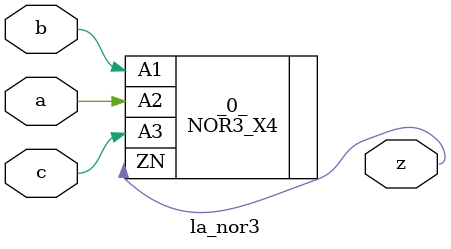
<source format=v>

/* Generated by Yosys 0.44 (git sha1 80ba43d26, g++ 11.4.0-1ubuntu1~22.04 -fPIC -O3) */

(* top =  1  *)
(* src = "generated" *)
module la_nor3 (
    a,
    b,
    c,
    z
);
  (* src = "generated" *)
  input a;
  wire a;
  (* src = "generated" *)
  input b;
  wire b;
  (* src = "generated" *)
  input c;
  wire c;
  (* src = "generated" *)
  output z;
  wire z;
  NOR3_X4 _0_ (
      .A1(b),
      .A2(a),
      .A3(c),
      .ZN(z)
  );
endmodule

</source>
